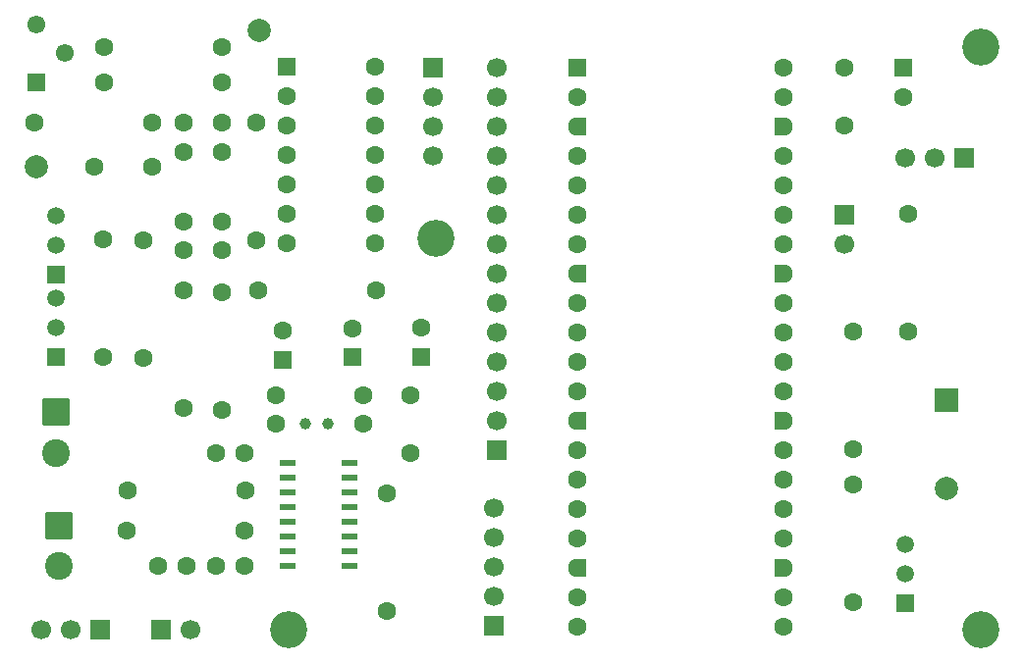
<source format=gbr>
%TF.GenerationSoftware,KiCad,Pcbnew,9.0.7*%
%TF.CreationDate,2026-01-28T19:42:25+01:00*%
%TF.ProjectId,pico-radio-9-k_toldalas,7069636f-2d72-4616-9469-6f2d392d6be9,rev?*%
%TF.SameCoordinates,Original*%
%TF.FileFunction,Soldermask,Top*%
%TF.FilePolarity,Negative*%
%FSLAX46Y46*%
G04 Gerber Fmt 4.6, Leading zero omitted, Abs format (unit mm)*
G04 Created by KiCad (PCBNEW 9.0.7) date 2026-01-28 19:42:25*
%MOMM*%
%LPD*%
G01*
G04 APERTURE LIST*
G04 Aperture macros list*
%AMRoundRect*
0 Rectangle with rounded corners*
0 $1 Rounding radius*
0 $2 $3 $4 $5 $6 $7 $8 $9 X,Y pos of 4 corners*
0 Add a 4 corners polygon primitive as box body*
4,1,4,$2,$3,$4,$5,$6,$7,$8,$9,$2,$3,0*
0 Add four circle primitives for the rounded corners*
1,1,$1+$1,$2,$3*
1,1,$1+$1,$4,$5*
1,1,$1+$1,$6,$7*
1,1,$1+$1,$8,$9*
0 Add four rect primitives between the rounded corners*
20,1,$1+$1,$2,$3,$4,$5,0*
20,1,$1+$1,$4,$5,$6,$7,0*
20,1,$1+$1,$6,$7,$8,$9,0*
20,1,$1+$1,$8,$9,$2,$3,0*%
%AMFreePoly0*
4,1,37,0.603843,0.796157,0.639018,0.796157,0.711114,0.766294,0.766294,0.711114,0.796157,0.639018,0.796157,0.603843,0.800000,0.600000,0.800000,-0.600000,0.796157,-0.603843,0.796157,-0.639018,0.766294,-0.711114,0.711114,-0.766294,0.639018,-0.796157,0.603843,-0.796157,0.600000,-0.800000,0.000000,-0.800000,0.000000,-0.796148,-0.078414,-0.796148,-0.232228,-0.765552,-0.377117,-0.705537,
-0.507515,-0.618408,-0.618408,-0.507515,-0.705537,-0.377117,-0.765552,-0.232228,-0.796148,-0.078414,-0.796148,0.078414,-0.765552,0.232228,-0.705537,0.377117,-0.618408,0.507515,-0.507515,0.618408,-0.377117,0.705537,-0.232228,0.765552,-0.078414,0.796148,0.000000,0.796148,0.000000,0.800000,0.600000,0.800000,0.603843,0.796157,0.603843,0.796157,$1*%
%AMFreePoly1*
4,1,37,0.000000,0.796148,0.078414,0.796148,0.232228,0.765552,0.377117,0.705537,0.507515,0.618408,0.618408,0.507515,0.705537,0.377117,0.765552,0.232228,0.796148,0.078414,0.796148,-0.078414,0.765552,-0.232228,0.705537,-0.377117,0.618408,-0.507515,0.507515,-0.618408,0.377117,-0.705537,0.232228,-0.765552,0.078414,-0.796148,0.000000,-0.796148,0.000000,-0.800000,-0.600000,-0.800000,
-0.603843,-0.796157,-0.639018,-0.796157,-0.711114,-0.766294,-0.766294,-0.711114,-0.796157,-0.639018,-0.796157,-0.603843,-0.800000,-0.600000,-0.800000,0.600000,-0.796157,0.603843,-0.796157,0.639018,-0.766294,0.711114,-0.711114,0.766294,-0.639018,0.796157,-0.603843,0.796157,-0.600000,0.800000,0.000000,0.800000,0.000000,0.796148,0.000000,0.796148,$1*%
G04 Aperture macros list end*
%ADD10C,3.200000*%
%ADD11RoundRect,0.200000X-0.600000X-0.600000X0.600000X-0.600000X0.600000X0.600000X-0.600000X0.600000X0*%
%ADD12C,1.600000*%
%ADD13FreePoly0,0.000000*%
%ADD14FreePoly1,0.000000*%
%ADD15R,1.700000X1.700000*%
%ADD16C,1.700000*%
%ADD17RoundRect,0.250000X0.550000X-0.550000X0.550000X0.550000X-0.550000X0.550000X-0.550000X-0.550000X0*%
%ADD18R,1.500000X1.500000*%
%ADD19C,1.500000*%
%ADD20R,2.000000X2.000000*%
%ADD21C,2.000000*%
%ADD22R,1.550000X1.550000*%
%ADD23C,1.550000*%
%ADD24R,1.397000X0.558800*%
%ADD25RoundRect,0.250000X-0.550000X-0.550000X0.550000X-0.550000X0.550000X0.550000X-0.550000X0.550000X0*%
%ADD26RoundRect,0.250001X-0.949999X0.949999X-0.949999X-0.949999X0.949999X-0.949999X0.949999X0.949999X0*%
%ADD27C,2.400000*%
%ADD28RoundRect,0.250000X-0.550000X0.550000X-0.550000X-0.550000X0.550000X-0.550000X0.550000X0.550000X0*%
%ADD29C,1.000000*%
G04 APERTURE END LIST*
D10*
%TO.C,H2*%
X136750000Y-33500000D03*
%TD*%
D11*
%TO.C,A1*%
X101970000Y-35210000D03*
D12*
X101970000Y-37750000D03*
D13*
X101970000Y-40290000D03*
D12*
X101970000Y-42830000D03*
X101970000Y-45370000D03*
X101970000Y-47910000D03*
X101970000Y-50450000D03*
D13*
X101970000Y-52990000D03*
D12*
X101970000Y-55530000D03*
X101970000Y-58070000D03*
X101970000Y-60610000D03*
X101970000Y-63150000D03*
D13*
X101970000Y-65690000D03*
D12*
X101970000Y-68230000D03*
X101970000Y-70770000D03*
X101970000Y-73310000D03*
X101970000Y-75850000D03*
D13*
X101970000Y-78390000D03*
D12*
X101970000Y-80930000D03*
X101970000Y-83470000D03*
X119750000Y-83470000D03*
X119750000Y-80930000D03*
D14*
X119750000Y-78390000D03*
D12*
X119750000Y-75850000D03*
X119750000Y-73310000D03*
X119750000Y-70770000D03*
X119750000Y-68230000D03*
D14*
X119750000Y-65690000D03*
D12*
X119750000Y-63150000D03*
X119750000Y-60610000D03*
X119750000Y-58070000D03*
X119750000Y-55530000D03*
D14*
X119750000Y-52990000D03*
D12*
X119750000Y-50450000D03*
X119750000Y-47910000D03*
X119750000Y-45370000D03*
X119750000Y-42830000D03*
D14*
X119750000Y-40290000D03*
D12*
X119750000Y-37750000D03*
X119750000Y-35210000D03*
%TD*%
%TO.C,C12*%
X125000000Y-35250000D03*
X125000000Y-40250000D03*
%TD*%
%TO.C,R6*%
X65250000Y-40000000D03*
X55090000Y-40000000D03*
%TD*%
%TO.C,C1*%
X73250000Y-68490000D03*
X70750000Y-68490000D03*
%TD*%
D15*
%TO.C,U2*%
X95000000Y-68290000D03*
D16*
X95000000Y-65750000D03*
X95000000Y-63210000D03*
X95000000Y-60670000D03*
X95000000Y-58130000D03*
X95000000Y-55590000D03*
X95000000Y-53050000D03*
X95000000Y-50510000D03*
X95000000Y-47970000D03*
X95000000Y-45430000D03*
X95000000Y-42890000D03*
X95000000Y-40350000D03*
X95000000Y-37810000D03*
X95000000Y-35270000D03*
%TD*%
D12*
%TO.C,C14*%
X71250000Y-48500000D03*
X71250000Y-51000000D03*
%TD*%
D17*
%TO.C,C5*%
X76500000Y-60445113D03*
D12*
X76500000Y-57945113D03*
%TD*%
%TO.C,R10*%
X71250000Y-33500000D03*
X61090000Y-33500000D03*
%TD*%
%TO.C,C3*%
X73250000Y-78240000D03*
X70750000Y-78240000D03*
%TD*%
%TO.C,R4*%
X71250000Y-64750000D03*
X71250000Y-54590000D03*
%TD*%
%TO.C,R2*%
X64500000Y-60330000D03*
X64500000Y-50170000D03*
%TD*%
D18*
%TO.C,Q2*%
X57000000Y-60250000D03*
D19*
X57000000Y-57710000D03*
X57000000Y-55170000D03*
%TD*%
D20*
%TO.C,BZ1*%
X133750000Y-63950000D03*
D21*
X133750000Y-71550000D03*
%TD*%
D12*
%TO.C,R13*%
X125750000Y-58000000D03*
X125750000Y-68160000D03*
%TD*%
%TO.C,R12*%
X130500000Y-47840000D03*
X130500000Y-58000000D03*
%TD*%
D15*
%TO.C,J6*%
X94750000Y-83410000D03*
D16*
X94750000Y-80870000D03*
X94750000Y-78330000D03*
X94750000Y-75790000D03*
X94750000Y-73250000D03*
%TD*%
D15*
%TO.C,J5*%
X135250000Y-43000000D03*
D16*
X132710000Y-43000000D03*
X130170000Y-43000000D03*
%TD*%
D18*
%TO.C,Q1*%
X57000000Y-53080000D03*
D19*
X57000000Y-50540000D03*
X57000000Y-48000000D03*
%TD*%
D12*
%TO.C,C13*%
X68000000Y-48500000D03*
X68000000Y-51000000D03*
%TD*%
D22*
%TO.C,RV1*%
X55250000Y-36500000D03*
D23*
X57750000Y-34000000D03*
X55250000Y-31500000D03*
%TD*%
D12*
%TO.C,R3*%
X68000000Y-64660000D03*
X68000000Y-54500000D03*
%TD*%
D15*
%TO.C,J3*%
X60750000Y-83740000D03*
D16*
X58210000Y-83740000D03*
X55670000Y-83740000D03*
%TD*%
D15*
%TO.C,J4*%
X89500000Y-35250000D03*
D16*
X89500000Y-37790000D03*
X89500000Y-40330000D03*
X89500000Y-42870000D03*
%TD*%
D15*
%TO.C,L2*%
X66000000Y-83740000D03*
D16*
X68540000Y-83740000D03*
%TD*%
D17*
%TO.C,C10*%
X88500000Y-60195113D03*
D12*
X88500000Y-57695113D03*
%TD*%
D10*
%TO.C,H1*%
X136750000Y-83750000D03*
%TD*%
D12*
%TO.C,C9*%
X87500000Y-63490000D03*
X87500000Y-68490000D03*
%TD*%
%TO.C,R7*%
X71250000Y-40000000D03*
X71250000Y-42540000D03*
%TD*%
%TO.C,R14*%
X125750000Y-81410000D03*
X125750000Y-71250000D03*
%TD*%
%TO.C,L3*%
X63170000Y-71740000D03*
X73330000Y-71740000D03*
%TD*%
%TO.C,L1*%
X63090000Y-75240000D03*
X73250000Y-75240000D03*
%TD*%
D10*
%TO.C,H3*%
X77000000Y-83750000D03*
%TD*%
D12*
%TO.C,L4*%
X85500000Y-71990000D03*
X85500000Y-82150000D03*
%TD*%
D24*
%TO.C,U1*%
X76991400Y-69340000D03*
X76991400Y-70610000D03*
X76991400Y-71880000D03*
X76991400Y-73150000D03*
X76991400Y-74420000D03*
X76991400Y-75690000D03*
X76991400Y-76960000D03*
X76991400Y-78230000D03*
X82300000Y-78230000D03*
X82300000Y-76960000D03*
X82300000Y-75690000D03*
X82300000Y-74420000D03*
X82300000Y-73150000D03*
X82300000Y-71880000D03*
X82300000Y-70610000D03*
X82300000Y-69340000D03*
%TD*%
D25*
%TO.C,U3*%
X76880000Y-35170000D03*
D12*
X76880000Y-37710000D03*
X76880000Y-40250000D03*
X76880000Y-42790000D03*
X76880000Y-45330000D03*
X76880000Y-47870000D03*
X76880000Y-50410000D03*
X84500000Y-50410000D03*
X84500000Y-47870000D03*
X84500000Y-45330000D03*
X84500000Y-42790000D03*
X84500000Y-40250000D03*
X84500000Y-37710000D03*
X84500000Y-35170000D03*
%TD*%
D21*
%TO.C,TP2*%
X74500000Y-32000000D03*
%TD*%
D12*
%TO.C,C6*%
X75900000Y-65990000D03*
X75900000Y-63490000D03*
%TD*%
%TO.C,R9*%
X74420000Y-54500000D03*
X84580000Y-54500000D03*
%TD*%
%TO.C,R8*%
X74250000Y-40000000D03*
X74250000Y-50160000D03*
%TD*%
D10*
%TO.C,H4*%
X89750000Y-50000000D03*
%TD*%
D26*
%TO.C,J1*%
X57000000Y-64990000D03*
D27*
X57000000Y-68490000D03*
%TD*%
D15*
%TO.C,SW1*%
X125000000Y-47975000D03*
D16*
X125000000Y-50515000D03*
%TD*%
D12*
%TO.C,R1*%
X61000000Y-60250000D03*
X61000000Y-50090000D03*
%TD*%
D28*
%TO.C,C11*%
X130000000Y-35250000D03*
D12*
X130000000Y-37750000D03*
%TD*%
D21*
%TO.C,TP1*%
X55250000Y-43750000D03*
%TD*%
D12*
%TO.C,R11*%
X61090000Y-36500000D03*
X71250000Y-36500000D03*
%TD*%
%TO.C,C7*%
X65250000Y-43750000D03*
X60250000Y-43750000D03*
%TD*%
%TO.C,R5*%
X68000000Y-40000000D03*
X68000000Y-42540000D03*
%TD*%
D18*
%TO.C,Q3*%
X130250000Y-81500000D03*
D19*
X130250000Y-78960000D03*
X130250000Y-76420000D03*
%TD*%
D29*
%TO.C,Y1*%
X80400000Y-65990000D03*
X78500000Y-65990000D03*
%TD*%
D12*
%TO.C,C8*%
X83500000Y-63490000D03*
X83500000Y-65990000D03*
%TD*%
%TO.C,C2*%
X65750000Y-78240000D03*
X68250000Y-78240000D03*
%TD*%
D26*
%TO.C,J2*%
X57250000Y-74740000D03*
D27*
X57250000Y-78240000D03*
%TD*%
D17*
%TO.C,C4*%
X82500000Y-60240000D03*
D12*
X82500000Y-57740000D03*
%TD*%
M02*

</source>
